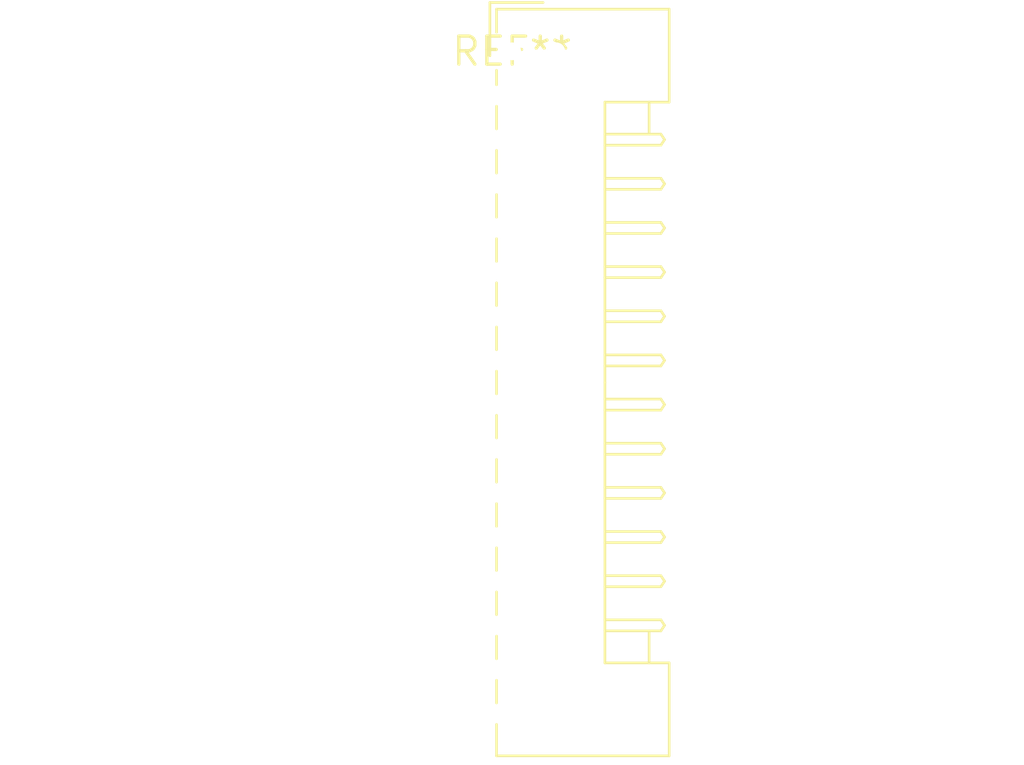
<source format=kicad_pcb>
(kicad_pcb (version 20240108) (generator pcbnew)
  (layers (0 "F.Cu" signal) (31 "B.Cu" signal) (34 "B.Paste" user) (35 "F.Paste" user) (36 "B.SilkS" user "B.Silkscreen") (37 "F.SilkS" user "F.Silkscreen") (38 "B.Mask" user) (39 "F.Mask" user) (44 "Edge.Cuts" user))
  (net 0 "")
  (footprint "JAE_LY20-32P-DLT1_2x16_P2.00mm_Horizontal" (layer "F.Cu") (at 0 0)
    (property "Reference" "REF**")
    (property "Value" "JAE_LY20-32P-DLT1_2x16_P2.00mm_Horizontal")
    (fp_line (start -1.01 -2.21) (end -1.01 0.2) (layer "F.SilkS") (stroke (width 0.12)))
    (fp_line (start -0.71 -1.91) (end -0.71 -0.86) (layer "F.SilkS") (stroke (width 0.12)))
    (fp_line (start -0.71 -1.91) (end 7.11 -1.91) (layer "F.SilkS") (stroke (width 0.12)))
    (fp_line (start -0.71 0.86) (end -0.71 1.514717) (layer "F.SilkS") (stroke (width 0.12)))
    (fp_line (start -0.71 2.485283) (end -0.71 3.514717) (layer "F.SilkS") (stroke (width 0.12)))
    (fp_line (start -0.71 4.485283) (end -0.71 5.514717) (layer "F.SilkS") (stroke (width 0.12)))
    (fp_line (start -0.71 6.485283) (end -0.71 7.514717) (layer "F.SilkS") (stroke (width 0.12)))
    (fp_line (start -0.71 8.485283) (end -0.71 9.514717) (layer "F.SilkS") (stroke (width 0.12)))
    (fp_line (start -0.71 10.485283) (end -0.71 11.514717) (layer "F.SilkS") (stroke (width 0.12)))
    (fp_line (start -0.71 12.485283) (end -0.71 13.514717) (layer "F.SilkS") (stroke (width 0.12)))
    (fp_line (start -0.71 14.485283) (end -0.71 15.514717) (layer "F.SilkS") (stroke (width 0.12)))
    (fp_line (start -0.71 16.485283) (end -0.71 17.514717) (layer "F.SilkS") (stroke (width 0.12)))
    (fp_line (start -0.71 18.485283) (end -0.71 19.514717) (layer "F.SilkS") (stroke (width 0.12)))
    (fp_line (start -0.71 20.485283) (end -0.71 21.514717) (layer "F.SilkS") (stroke (width 0.12)))
    (fp_line (start -0.71 22.485283) (end -0.71 23.514717) (layer "F.SilkS") (stroke (width 0.12)))
    (fp_line (start -0.71 24.485283) (end -0.71 25.514717) (layer "F.SilkS") (stroke (width 0.12)))
    (fp_line (start -0.71 26.485283) (end -0.71 27.514717) (layer "F.SilkS") (stroke (width 0.12)))
    (fp_line (start -0.71 28.485283) (end -0.71 29.514717) (layer "F.SilkS") (stroke (width 0.12)))
    (fp_line (start -0.71 30.485283) (end -0.71 31.91) (layer "F.SilkS") (stroke (width 0.12)))
    (fp_line (start -0.71 31.91) (end 7.11 31.91) (layer "F.SilkS") (stroke (width 0.12)))
    (fp_line (start 1.4 -2.21) (end -1.01 -2.21) (layer "F.SilkS") (stroke (width 0.12)))
    (fp_line (start 4.2 2.3) (end 4.2 15) (layer "F.SilkS") (stroke (width 0.12)))
    (fp_line (start 4.2 3.75) (end 6.733333 3.75) (layer "F.SilkS") (stroke (width 0.12)))
    (fp_line (start 4.2 5.75) (end 6.733333 5.75) (layer "F.SilkS") (stroke (width 0.12)))
    (fp_line (start 4.2 7.75) (end 6.733333 7.75) (layer "F.SilkS") (stroke (width 0.12)))
    (fp_line (start 4.2 9.75) (end 6.733333 9.75) (layer "F.SilkS") (stroke (width 0.12)))
    (fp_line (start 4.2 11.75) (end 6.733333 11.75) (layer "F.SilkS") (stroke (width 0.12)))
    (fp_line (start 4.2 13.75) (end 6.733333 13.75) (layer "F.SilkS") (stroke (width 0.12)))
    (fp_line (start 4.2 15.75) (end 6.733333 15.75) (layer "F.SilkS") (stroke (width 0.12)))
    (fp_line (start 4.2 17.75) (end 6.733333 17.75) (layer "F.SilkS") (stroke (width 0.12)))
    (fp_line (start 4.2 19.75) (end 6.733333 19.75) (layer "F.SilkS") (stroke (width 0.12)))
    (fp_line (start 4.2 21.75) (end 6.733333 21.75) (layer "F.SilkS") (stroke (width 0.12)))
    (fp_line (start 4.2 23.75) (end 6.733333 23.75) (layer "F.SilkS") (stroke (width 0.12)))
    (fp_line (start 4.2 25.75) (end 6.733333 25.75) (layer "F.SilkS") (stroke (width 0.12)))
    (fp_line (start 4.2 27.7) (end 4.2 15) (layer "F.SilkS") (stroke (width 0.12)))
    (fp_line (start 6.2 2.3) (end 6.2 3.75) (layer "F.SilkS") (stroke (width 0.12)))
    (fp_line (start 6.2 27.7) (end 6.2 26.25) (layer "F.SilkS") (stroke (width 0.12)))
    (fp_line (start 6.733333 3.75) (end 6.9 4) (layer "F.SilkS") (stroke (width 0.12)))
    (fp_line (start 6.733333 4.25) (end 4.2 4.25) (layer "F.SilkS") (stroke (width 0.12)))
    (fp_line (start 6.733333 5.75) (end 6.9 6) (layer "F.SilkS") (stroke (width 0.12)))
    (fp_line (start 6.733333 6.25) (end 4.2 6.25) (layer "F.SilkS") (stroke (width 0.12)))
    (fp_line (start 6.733333 7.75) (end 6.9 8) (layer "F.SilkS") (stroke (width 0.12)))
    (fp_line (start 6.733333 8.25) (end 4.2 8.25) (layer "F.SilkS") (stroke (width 0.12)))
    (fp_line (start 6.733333 9.75) (end 6.9 10) (layer "F.SilkS") (stroke (width 0.12)))
    (fp_line (start 6.733333 10.25) (end 4.2 10.25) (layer "F.SilkS") (stroke (width 0.12)))
    (fp_line (start 6.733333 11.75) (end 6.9 12) (layer "F.SilkS") (stroke (width 0.12)))
    (fp_line (start 6.733333 12.25) (end 4.2 12.25) (layer "F.SilkS") (stroke (width 0.12)))
    (fp_line (start 6.733333 13.75) (end 6.9 14) (layer "F.SilkS") (stroke (width 0.12)))
    (fp_line (start 6.733333 14.25) (end 4.2 14.25) (layer "F.SilkS") (stroke (width 0.12)))
    (fp_line (start 6.733333 15.75) (end 6.9 16) (layer "F.SilkS") (stroke (width 0.12)))
    (fp_line (start 6.733333 16.25) (end 4.2 16.25) (layer "F.SilkS") (stroke (width 0.12)))
    (fp_line (start 6.733333 17.75) (end 6.9 18) (layer "F.SilkS") (stroke (width 0.12)))
    (fp_line (start 6.733333 18.25) (end 4.2 18.25) (layer "F.SilkS") (stroke (width 0.12)))
    (fp_line (start 6.733333 19.75) (end 6.9 20) (layer "F.SilkS") (stroke (width 0.12)))
    (fp_line (start 6.733333 20.25) (end 4.2 20.25) (layer "F.SilkS") (stroke (width 0.12)))
    (fp_line (start 6.733333 21.75) (end 6.9 22) (layer "F.SilkS") (stroke (width 0.12)))
    (fp_line (start 6.733333 22.25) (end 4.2 22.25) (layer "F.SilkS") (stroke (width 0.12)))
    (fp_line (start 6.733333 23.75) (end 6.9 24) (layer "F.SilkS") (stroke (width 0.12)))
    (fp_line (start 6.733333 24.25) (end 4.2 24.25) (layer "F.SilkS") (stroke (width 0.12)))
    (fp_line (start 6.733333 25.75) (end 6.9 26) (layer "F.SilkS") (stroke (width 0.12)))
    (fp_line (start 6.733333 26.25) (end 4.2 26.25) (layer "F.SilkS") (stroke (width 0.12)))
    (fp_line (start 6.9 4) (end 6.733333 4.25) (layer "F.SilkS") (stroke (width 0.12)))
    (fp_line (start 6.9 6) (end 6.733333 6.25) (layer "F.SilkS") (stroke (width 0.12)))
    (fp_line (start 6.9 8) (end 6.733333 8.25) (layer "F.SilkS") (stroke (width 0.12)))
    (fp_line (start 6.9 10) (end 6.733333 10.25) (layer "F.SilkS") (stroke (width 0.12)))
    (fp_line (start 6.9 12) (end 6.733333 12.25) (layer "F.SilkS") (stroke (width 0.12)))
    (fp_line (start 6.9 14) (end 6.733333 14.25) (layer "F.SilkS") (stroke (width 0.12)))
    (fp_line (start 6.9 16) (end 6.733333 16.25) (layer "F.SilkS") (stroke (width 0.12)))
    (fp_line (start 6.9 18) (end 6.733333 18.25) (layer "F.SilkS") (stroke (width 0.12)))
    (fp_line (start 6.9 20) (end 6.733333 20.25) (layer "F.SilkS") (stroke (width 0.12)))
    (fp_line (start 6.9 22) (end 6.733333 22.25) (layer "F.SilkS") (stroke (width 0.12)))
    (fp_line (start 6.9 24) (end 6.733333 24.25) (layer "F.SilkS") (stroke (width 0.12)))
    (fp_line (start 6.9 26) (end 6.733333 26.25) (layer "F.SilkS") (stroke (width 0.12)))
    (fp_line (start 7.11 -1.91) (end 7.11 2.3) (layer "F.SilkS") (stroke (width 0.12)))
    (fp_line (start 7.11 2.3) (end 4.2 2.3) (layer "F.SilkS") (stroke (width 0.12)))
    (fp_line (start 7.11 27.7) (end 4.2 27.7) (layer "F.SilkS") (stroke (width 0.12)))
    (fp_line (start 7.11 31.91) (end 7.11 27.7) (layer "F.SilkS") (stroke (width 0.12)))
    (pad "a1" thru_hole roundrect (at 0 0) (size 1.2 1.2) (drill 0.8) (layers *.Cu *.Mask) (remove_unused_layers) (roundrect_rratio 0.208333))
    (pad "a2" thru_hole circle (at 0 2) (size 1.2 1.2) (drill 0.8) (layers *.Cu *.Mask) (remove_unused_layers))
    (pad "a3" thru_hole circle (at 0 4) (size 1.2 1.2) (drill 0.8) (layers *.Cu *.Mask) (remove_unused_layers))
    (pad "a4" thru_hole circle (at 0 6) (size 1.2 1.2) (drill 0.8) (layers *.Cu *.Mask) (remove_unused_layers))
    (pad "a5" thru_hole circle (at 0 8) (size 1.2 1.2) (drill 0.8) (layers *.Cu *.Mask) (remove_unused_layers))
    (pad "a6" thru_hole circle (at 0 10) (size 1.2 1.2) (drill 0.8) (layers *.Cu *.Mask) (remove_unused_layers))
    (pad "a7" thru_hole circle (at 0 12) (size 1.2 1.2) (drill 0.8) (layers *.Cu *.Mask) (remove_unused_layers))
    (pad "a8" thru_hole circle (at 0 14) (size 1.2 1.2) (drill 0.8) (layers *.Cu *.Mask) (remove_unused_layers))
    (pad "a9" thru_hole circle (at 0 16) (size 1.2 1.2) (drill 0.8) (layers *.Cu *.Mask) (remove_unused_layers))
    (pad "a10" thru_hole circle (at 0 18) (size 1.2 1.2) (drill 0.8) (layers *.Cu *.Mask) (remove_unused_layers))
    (pad "a11" thru_hole circle (at 0 20) (size 1.2 1.2) (drill 0.8) (layers *.Cu *.Mask) (remove_unused_layers))
    (pad "a12" thru_hole circle (at 0 22) (size 1.2 1.2) (drill 0.8) (layers *.Cu *.Mask) (remove_unused_layers))
    (pad "a13" thru_hole circle (at 0 24) (size 1.2 1.2) (drill 0.8) (layers *.Cu *.Mask) (remove_unused_layers))
    (pad "a14" thru_hole circle (at 0 26) (size 1.2 1.2) (drill 0.8) (layers *.Cu *.Mask) (remove_unused_layers))
    (pad "a15" thru_hole circle (at 0 28) (size 1.2 1.2) (drill 0.8) (layers *.Cu *.Mask) (remove_unused_layers))
    (pad "a16" thru_hole circle (at 0 30) (size 1.2 1.2) (drill 0.8) (layers *.Cu *.Mask) (remove_unused_layers))
    (pad "b1" thru_hole circle (at 2 0) (size 1.2 1.2) (drill 0.8) (layers *.Cu *.Mask) (remove_unused_layers))
    (pad "b2" thru_hole circle (at 2 2) (size 1.2 1.2) (drill 0.8) (layers *.Cu *.Mask) (remove_unused_layers))
    (pad "b3" thru_hole circle (at 2 4) (size 1.2 1.2) (drill 0.8) (layers *.Cu *.Mask) (remove_unused_layers))
    (pad "b4" thru_hole circle (at 2 6) (size 1.2 1.2) (drill 0.8) (layers *.Cu *.Mask) (remove_unused_layers))
    (pad "b5" thru_hole circle (at 2 8) (size 1.2 1.2) (drill 0.8) (layers *.Cu *.Mask) (remove_unused_layers))
    (pad "b6" thru_hole circle (at 2 10) (size 1.2 1.2) (drill 0.8) (layers *.Cu *.Mask) (remove_unused_layers))
    (pad "b7" thru_hole circle (at 2 12) (size 1.2 1.2) (drill 0.8) (layers *.Cu *.Mask) (remove_unused_layers))
    (pad "b8" thru_hole circle (at 2 14) (size 1.2 1.2) (drill 0.8) (layers *.Cu *.Mask) (remove_unused_layers))
    (pad "b9" thru_hole circle (at 2 16) (size 1.2 1.2) (drill 0.8) (layers *.Cu *.Mask) (remove_unused_layers))
    (pad "b10" thru_hole circle (at 2 18) (size 1.2 1.2) (drill 0.8) (layers *.Cu *.Mask) (remove_unused_layers))
    (pad "b11" thru_hole circle (at 2 20) (size 1.2 1.2) (drill 0.8) (layers *.Cu *.Mask) (remove_unused_layers))
    (pad "b12" thru_hole circle (at 2 22) (size 1.2 1.2) (drill 0.8) (layers *.Cu *.Mask) (remove_unused_layers))
    (pad "b13" thru_hole circle (at 2 24) (size 1.2 1.2) (drill 0.8) (layers *.Cu *.Mask) (remove_unused_layers))
    (pad "b14" thru_hole circle (at 2 26) (size 1.2 1.2) (drill 0.8) (layers *.Cu *.Mask) (remove_unused_layers))
    (pad "b15" thru_hole circle (at 2 28) (size 1.2 1.2) (drill 0.8) (layers *.Cu *.Mask) (remove_unused_layers))
    (pad "b16" thru_hole circle (at 2 30) (size 1.2 1.2) (drill 0.8) (layers *.Cu *.Mask) (remove_unused_layers))
  )
)
</source>
